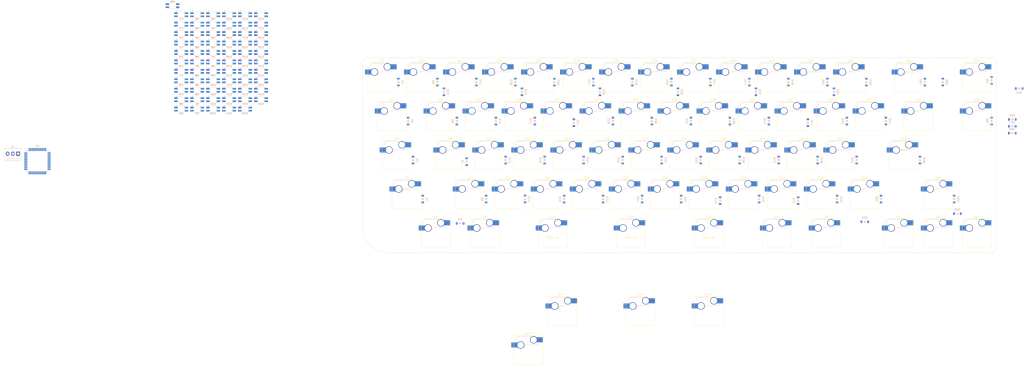
<source format=kicad_pcb>
(kicad_pcb (version 20221018) (generator pcbnew)
  (layers (0 "F.Cu" signal) (31 "B.Cu" signal) (34 "B.Paste" user) (35 "F.Paste" user) (36 "B.SilkS" user "B.Silkscreen") (37 "F.SilkS" user "F.Silkscreen") (38 "B.Mask" user) (39 "F.Mask" user) (44 "Edge.Cuts" user))
  (net 0 "")
  (net 1 "Net-(D1-K)")
  (net 2 "Net-(D1-A)")
  (net 3 "Net-(D2-K)")
  (net 4 "Net-(D3-K)")
  (net 5 "Net-(D4-K)")
  (net 6 "Net-(D5-K)")
  (net 7 "Net-(D6-K)")
  (net 8 "Net-(D7-K)")
  (net 9 "Net-(D8-K)")
  (net 10 "Net-(D10-A)")
  (net 11 "Col_0")
  (net 12 "Net-(D11-K)")
  (net 13 "Net-(D11-A)")
  (net 14 "Net-(D12-K)")
  (net 15 "Net-(D13-K)")
  (net 16 "Net-(D14-K)")
  (net 17 "Net-(D16-K)")
  (net 18 "Net-(D17-K)")
  (net 19 "Net-(D18-K)")
  (net 20 "Col_1")
  (net 21 "Net-(D20-K)")
  (net 22 "Net-(D20-A)")
  (net 23 "Net-(D21-K)")
  (net 24 "Net-(D22-K)")
  (net 25 "Net-(D23-K)")
  (net 26 "Net-(D24-K)")
  (net 27 "Net-(D25-K)")
  (net 28 "Net-(D26-K)")
  (net 29 "Net-(D27-K)")
  (net 30 "Col_2")
  (net 31 "Net-(D29-K)")
  (net 32 "Net-(D29-A)")
  (net 33 "Net-(D30-K)")
  (net 34 "Net-(D31-K)")
  (net 35 "Net-(D32-K)")
  (net 36 "Net-(D33-K)")
  (net 37 "Net-(D34-K)")
  (net 38 "Net-(D35-K)")
  (net 39 "Col_3")
  (net 40 "Net-(D37-K)")
  (net 41 "Net-(D37-A)")
  (net 42 "Net-(D38-K)")
  (net 43 "Net-(D39-K)")
  (net 44 "Net-(D40-K)")
  (net 45 "Net-(D41-K)")
  (net 46 "Net-(D42-K)")
  (net 47 "Net-(D43-K)")
  (net 48 "Net-(D44-K)")
  (net 49 "Col_4")
  (net 50 "Net-(D46-K)")
  (net 51 "Net-(D46-A)")
  (net 52 "Net-(D47-K)")
  (net 53 "Net-(D48-K)")
  (net 54 "Net-(D49-K)")
  (net 55 "Net-(D50-K)")
  (net 56 "Net-(D51-K)")
  (net 57 "Net-(D52-K)")
  (net 58 "Net-(D53-K)")
  (net 59 "Col_5")
  (net 60 "Net-(D56-K)")
  (net 61 "Net-(D57-K)")
  (net 62 "Net-(D58-K)")
  (net 63 "Net-(D62-K)")
  (net 64 "Net-(D63-K)")
  (net 65 "Net-(D64-K)")
  (net 66 "Net-(D65-K)")
  (net 67 "Net-(D66-K)")
  (net 68 "Net-(D67-K)")
  (net 69 "Col_7")
  (net 70 "GND")
  (net 71 "SINT")
  (net 72 "SCL")
  (net 73 "Row_0")
  (net 74 "Row_1")
  (net 75 "Row_2")
  (net 76 "Row_3")
  (net 77 "Row_5")
  (net 78 "Row_6")
  (net 79 "Row_7")
  (net 80 "Row_8")
  (net 81 "Row_9")
  (net 83 "USB_D-")
  (net 84 "USB_D+")
  (net 91 "RST")
  (net 94 "SDA")
  (net 95 "RX")
  (net 96 "TX")
  (net 113 "Row_4")
  (net 114 "Net-(D15-K)")
  (net 115 "Net-(U1-UVCC)")
  (net 116 "Net-(U1-UCAP)")
  (net 117 "+5V")
  (net 118 "Net-(U1-~{HWB}{slash}PE2)")
  (net 119 "Net-(D33-A)")
  (net 120 "Net-(D54-K)")
  (net 121 "Net-(D56-A)")
  (net 122 "Net-(D69-DOUT)")
  (net 123 "LED_DIN")
  (net 124 "Net-(D71-DOUT)")
  (net 125 "Net-(D72-DOUT)")
  (net 126 "Net-(D73-DOUT)")
  (net 127 "Net-(D74-DOUT)")
  (net 128 "Net-(D75-DOUT)")
  (net 129 "Net-(D76-DOUT)")
  (net 130 "Net-(D77-DOUT)")
  (net 131 "Net-(D78-DOUT)")
  (net 132 "Net-(D79-DOUT)")
  (net 133 "Net-(D80-DOUT)")
  (net 134 "Net-(D81-DOUT)")
  (net 135 "Net-(D82-DOUT)")
  (net 136 "Net-(D83-DOUT)")
  (net 137 "Net-(D84-DOUT)")
  (net 138 "Net-(D85-DOUT)")
  (net 139 "Net-(D86-DOUT)")
  (net 140 "Net-(D87-DOUT)")
  (net 141 "Net-(D88-DOUT)")
  (net 142 "Net-(D89-DOUT)")
  (net 143 "Net-(D90-DOUT)")
  (net 144 "Net-(D91-DOUT)")
  (net 145 "Net-(D92-DOUT)")
  (net 146 "Net-(D93-DOUT)")
  (net 147 "Net-(D94-DOUT)")
  (net 148 "Net-(D95-DOUT)")
  (net 149 "Net-(D96-DOUT)")
  (net 150 "Net-(D97-DOUT)")
  (net 151 "Net-(D98-DOUT)")
  (net 152 "Net-(D100-DIN)")
  (net 153 "Net-(D100-DOUT)")
  (net 154 "Net-(D101-DOUT)")
  (net 155 "Net-(D102-DOUT)")
  (net 156 "Net-(D103-DOUT)")
  (net 157 "Net-(D103-DIN)")
  (net 158 "Net-(D104-DOUT)")
  (net 159 "Net-(D105-DOUT)")
  (net 160 "Net-(D106-DOUT)")
  (net 161 "Net-(D107-DOUT)")
  (net 162 "Net-(D108-DOUT)")
  (net 163 "Net-(D109-DOUT)")
  (net 164 "Net-(D110-DOUT)")
  (net 165 "Net-(D111-DOUT)")
  (net 166 "Net-(D112-DOUT)")
  (net 167 "Net-(D113-DOUT)")
  (net 168 "Net-(D114-DOUT)")
  (net 169 "Net-(D115-DOUT)")
  (net 170 "Net-(D116-DOUT)")
  (net 171 "Net-(D117-DOUT)")
  (net 172 "Net-(D118-DOUT)")
  (net 173 "Net-(D119-DOUT)")
  (net 174 "Net-(D120-DOUT)")
  (net 175 "Net-(D121-DOUT)")
  (net 176 "Net-(D122-DOUT)")
  (net 177 "Net-(D123-DOUT)")
  (net 178 "Net-(D124-DOUT)")
  (net 179 "Net-(D125-DOUT)")
  (net 180 "Net-(D126-DOUT)")
  (net 181 "Net-(D127-DOUT)")
  (net 182 "Net-(D128-DOUT)")
  (net 183 "Net-(D129-DOUT)")
  (net 184 "Net-(D130-DOUT)")
  (net 185 "Net-(D131-DOUT)")
  (net 186 "Net-(D133-DOUT)")
  (net 187 "Net-(D134-DOUT)")
  (net 189 "Net-(D61-K)")
  (net 190 "Col_6")
  (footprint "ScottoKeebs_Components:LED_SK6812MINI" (layer "F.Cu") (at -48.96875 46.38625)
    (fp_text reference "D77")
    (fp_text value "LED_SK6812MINI" hide)
    (fp_line (start -1.7 -1.5) (end -1.7 1.5) (stroke (width 0.12)) (layer "Edge.Cuts"))
    (fp_line (start -1.7 1.5) (end 1.7 1.5) (stroke (width 0.12)) (layer "Edge.Cuts"))
    (fp_line (start 1.7 -1.5) (end -1.7 -1.5) (stroke (width 0.12)) (layer "Edge.Cuts"))
    (fp_line (start 1.7 1.5) (end 1.7 -1.5) (stroke (width 0.12)) (layer "Edge.Cuts"))
  )
  (footprint "ScottoKeebs_Components:LED_SK6812MINI" (layer "F.Cu") (at -33.36875 46.38625)
    (fp_text reference "D99")
    (fp_text value "LED_SK6812MINI" hide)
    (fp_line (start -1.7 -1.5) (end -1.7 1.5) (stroke (width 0.12)) (layer "Edge.Cuts"))
    (fp_line (start -1.7 1.5) (end 1.7 1.5) (stroke (width 0.12)) (layer "Edge.Cuts"))
    (fp_line (start 1.7 -1.5) (end -1.7 -1.5) (stroke (width 0.12)) (layer "Edge.Cuts"))
    (fp_line (start 1.7 1.5) (end 1.7 -1.5) (stroke (width 0.12)) (layer "Edge.Cuts"))
  )
  (footprint "ScottoKeebs_Components:LED_SK6812MINI" (layer "F.Cu") (at -17.76875 46.38625)
    (fp_text reference "D121")
    (fp_text value "LED_SK6812MINI" hide)
    (fp_line (start -1.7 -1.5) (end -1.7 1.5) (stroke (width 0.12)) (layer "Edge.Cuts"))
    (fp_line (start -1.7 1.5) (end 1.7 1.5) (stroke (width 0.12)) (layer "Edge.Cuts"))
    (fp_line (start 1.7 -1.5) (end -1.7 -1.5) (stroke (width 0.12)) (layer "Edge.Cuts"))
    (fp_line (start 1.7 1.5) (end 1.7 -1.5) (stroke (width 0.12)) (layer "Edge.Cuts"))
  )
  (footprint "ScottoKeebs_Hotswap:Hotswap_MX_Plated_1.00u" (layer "F.Cu") (at 177.8 87.3125)
    (fp_text reference "S31")
    (fp_text value "Keyswitch")
  )
  (footprint "ScottoKeebs_Hotswap:Hotswap_MX_Plated_1.00u" (layer "F.Cu") (at 244.475 106.3625)
    (fp_text reference "S42")
    (fp_text value "Keyswitch")
  )
  (footprint "ScottoKeebs_Components:LED_SK6812MINI" (layer "F.Cu") (at -33.36875 64.82625)
    (fp_text reference "D103")
    (fp_text value "LED_SK6812MINI" hide)
    (fp_line (start -1.7 -1.5) (end -1.7 1.5) (stroke (width 0.12)) (layer "Edge.Cuts"))
    (fp_line (start -1.7 1.5) (end 1.7 1.5) (stroke (width 0.12)) (layer "Edge.Cuts"))
    (fp_line (start 1.7 -1.5) (end -1.7 -1.5) (stroke (width 0.12)) (layer "Edge.Cuts"))
    (fp_line (start 1.7 1.5) (end 1.7 -1.5) (stroke (width 0.12)) (layer "Edge.Cuts"))
  )
  (footprint "ScottoKeebs_Components:LED_SK6812MINI" (layer "F.Cu") (at -41.16875 46.38625)
    (fp_text reference "D88")
    (fp_text value "LED_SK6812MINI" hide)
    (fp_line (start -1.7 -1.5) (end -1.7 1.5) (stroke (width 0.12)) (layer "Edge.Cuts"))
    (fp_line (start -1.7 1.5) (end 1.7 1.5) (stroke (width 0.12)) (layer "Edge.Cuts"))
    (fp_line (start 1.7 -1.5) (end -1.7 -1.5) (stroke (width 0.12)) (layer "Edge.Cuts"))
    (fp_line (start 1.7 1.5) (end 1.7 -1.5) (stroke (width 0.12)) (layer "Edge.Cuts"))
  )
  (footprint "ScottoKeebs_Hotswap:Hotswap_MX_Plated_1.00u" (layer "F.Cu") (at 149.225 106.3625)
    (fp_text reference "S23")
    (fp_text value "Keyswitch")
  )
  (footprint "ScottoKeebs_Hotswap:Hotswap_MX_Plated_1.00u" (layer "F.Cu") (at 311.15 68.2625)
    (fp_text reference "S64")
    (fp_text value "Keyswitch")
  )
  (footprint "ScottoKeebs_Hotswap:Hotswap_MX_Plated_1.00u" (layer "F.Cu") (at 239.7125 49.2125)
    (fp_text reference "S46")
    (fp_text value "Keyswitch")
  )
  (footprint "ScottoKeebs_Hotswap:Hotswap_MX_Plated_2.25u" (layer "F.Cu") (at 208.75625 125.4125)
    (fp_text reference "S69")
    (fp_text value "Keyswitch")
  )
  (footprint "ScottoKeebs_Hotswap:Hotswap_MX_Plated_1.00u" (layer "F.Cu") (at 158.75 87.3125)
    (fp_text reference "S26")
    (fp_text value "Keyswitch")
  )
  (footprint "ScottoKeebs_Components:LED_SK6812MINI" (layer "F.Cu") (at -41.16875 50.99625)
    (fp_text reference "D89")
    (fp_text value "LED_SK6812MINI" hide)
    (fp_line (start -1.7 -1.5) (end -1.7 1.5) (stroke (width 0.12)) (layer "Edge.Cuts"))
    (fp_line (start -1.7 1.5) (end 1.7 1.5) (stroke (width 0.12)) (layer "Edge.Cuts"))
    (fp_line (start 1.7 -1.5) (end -1.7 -1.5) (stroke (width 0.12)) (layer "Edge.Cuts"))
    (fp_line (start 1.7 1.5) (end 1.7 -1.5) (stroke (width 0.12)) (layer "Edge.Cuts"))
  )
  (footprint "ScottoKeebs_Hotswap:Hotswap_MX_Plated_1.00u" (layer "F.Cu") (at 206.375 106.3625)
    (fp_text reference "S33")
    (fp_text value "Keyswitch")
  )
  (footprint "ScottoKeebs_Hotswap:Hotswap_MX_Plated_1.00u" (layer "F.Cu") (at 201.6125 49.2125)
    (fp_text reference "S37")
    (fp_text value "Keyswitch")
  )
  (footprint "ScottoKeebs_Components:LED_SK6812MINI" (layer "F.Cu") (at -17.76875 55.60625)
    (fp_text reference "D123")
    (fp_text value "LED_SK6812MINI" hide)
    (fp_line (start -1.7 -1.5) (end -1.7 1.5) (stroke (width 0.12)) (layer "Edge.Cuts"))
    (fp_line (start -1.7 1.5) (end 1.7 1.5) (stroke (width 0.12)) (layer "Edge.Cuts"))
    (fp_line (start 1.7 -1.5) (end -1.7 -1.5) (stroke (width 0.12)) (layer "Edge.Cuts"))
    (fp_line (start 1.7 1.5) (end 1.7 -1.5) (stroke (width 0.12)) (layer "Edge.Cuts"))
  )
  (footprint "ScottoKeebs_Components:LED_SK6812MINI" (layer "F.Cu") (at -33.36875 32.55625)
    (fp_text reference "D96")
    (fp_text value "LED_SK6812MINI" hide)
    (fp_line (start -1.7 -1.5) (end -1.7 1.5) (stroke (width 0.12)) (layer "Edge.Cuts"))
    (fp_line (start -1.7 1.5) (end 1.7 1.5) (stroke (width 0.12)) (layer "Edge.Cuts"))
    (fp_line (start 1.7 -1.5) (end -1.7 -1.5) (stroke (width 0.12)) (layer "Edge.Cuts"))
    (fp_line (start 1.7 1.5) (end 1.7 -1.5) (stroke (width 0.12)) (layer "Edge.Cuts"))
  )
  (footprint "ScottoKeebs_Components:LED_SK6812MINI" (layer "F.Cu") (at -17.76875 60.21625)
    (fp_text reference "D124")
    (fp_text value "LED_SK6812MINI" hide)
    (fp_line (start -1.7 -1.5) (end -1.7 1.5) (stroke (width 0.12)) (layer "Edge.Cuts"))
    (fp_line (start -1.7 1.5) (end 1.7 1.5) (stroke (width 0.12)) (layer "Edge.Cuts"))
    (fp_line (start 1.7 -1.5) (end -1.7 -1.5) (stroke (width 0.12)) (layer "Edge.Cuts"))
    (fp_line (start 1.7 1.5) (end 1.7 -1.5) (stroke (width 0.12)) (layer "Edge.Cuts"))
  )
  (footprint "ScottoKeebs_Components:LED_SK6812MINI" (layer "F.Cu") (at -25.56875 60.21625)
    (fp_text reference "D113")
    (fp_text value "LED_SK6812MINI" hide)
    (fp_line (start -1.7 -1.5) (end -1.7 1.5) (stroke (width 0.12)) (layer "Edge.Cuts"))
    (fp_line (start -1.7 1.5) (end 1.7 1.5) (stroke (width 0.12)) (layer "Edge.Cuts"))
    (fp_line (start 1.7 -1.5) (end -1.7 -1.5) (stroke (width 0.12)) (layer "Edge.Cuts"))
    (fp_line (start 1.7 1.5) (end 1.7 -1.5) (stroke (width 0.12)) (layer "Edge.Cuts"))
  )
  (footprint "ScottoKeebs_Components:LED_SK6812MINI" (layer "F.Cu") (at -25.56875 27.94625)
    (fp_text reference "D106")
    (fp_text value "LED_SK6812MINI" hide)
    (fp_line (start -1.7 -1.5) (end -1.7 1.5) (stroke (width 0.12)) (layer "Edge.Cuts"))
    (fp_line (start -1.7 1.5) (end 1.7 1.5) (stroke (width 0.12)) (layer "Edge.Cuts"))
    (fp_line (start 1.7 -1.5) (end -1.7 -1.5) (stroke (width 0.12)) (layer "Edge.Cuts"))
    (fp_line (start 1.7 1.5) (end 1.7 -1.5) (stroke (width 0.12)) (layer "Edge.Cuts"))
  )
  (footprint "ScottoKeebs_Hotswap:Hotswap_MX_Plated_1.00u" (layer "F.Cu") (at 77.7875 68.2625)
    (fp_text reference "S9")
    (fp_text value "Keyswitch")
  )
  (footprint "ScottoKeebs_Hotswap:Hotswap_MX_Plated_1.00u" (layer "F.Cu") (at 115.8875 68.2625)
    (fp_text reference "S18")
    (fp_text value "Keyswitch")
  )
  (footprint "ScottoKeebs_Hotswap:Hotswap_MX_Plated_1.25u" (layer "F.Cu") (at 75.40625 125.4125)
    (fp_text reference "S5")
    (fp_text value "Keyswitch")
  )
  (footprint "ScottoKeebs_Components:LED_SK6812MINI" (layer "F.Cu") (at -17.76875 50.99625)
    (fp_text reference "D122")
    (fp_text value "LED_SK6812MINI" hide)
    (fp_line (start -1.7 -1.5) (end -1.7 1.5) (stroke (width 0.12)) (layer "Edge.Cuts"))
    (fp_line (start -1.7 1.5) (end 1.7 1.5) (stroke (width 0.12)) (layer "Edge.Cuts"))
    (fp_line (start 1.7 -1.5) (end -1.7 -1.5) (stroke (width 0.12)) (layer "Edge.Cuts"))
    (fp_line (start 1.7 1.5) (end 1.7 -1.5) (stroke (width 0.12)) (layer "Edge.Cuts"))
  )
  (footprint "ScottoKeebs_Components:LED_SK6812MINI" (layer "F.Cu") (at -17.76875 64.82625)
    (fp_text reference "D125")
    (fp_text value "LED_SK6812MINI" hide)
    (fp_line (start -1.7 -1.5) (end -1.7 1.5) (stroke (width 0.12)) (layer "Edge.Cuts"))
    (fp_line (start -1.7 1.5) (end 1.7 1.5) (stroke (width 0.12)) (layer "Edge.Cuts"))
    (fp_line (start 1.7 -1.5) (end -1.7 -1.5) (stroke (width 0.12)) (layer "Edge.Cuts"))
    (fp_line (start 1.7 1.5) (end 1.7 -1.5) (stroke (width 0.12)) (layer "Edge.Cuts"))
  )
  (footprint "ScottoKeebs_Hotswap:Hotswap_MX_Plated_1.00u" (layer "F.Cu") (at 168.275 106.3625)
    (fp_text reference "S25")
    (fp_text value "Keyswitch")
  )
  (footprint "ScottoKeebs_Components:LED_SK6812MINI" (layer "F.Cu") (at -33.36875 37.16625)
    (fp_text reference "D97")
    (fp_text value "LED_SK6812MINI" hide)
    (fp_line (start -1.7 -1.5) (end -1.7 1.5) (stroke (width 0.12)) (layer "Edge.Cuts"))
    (fp_line (start -1.7 1.5) (end 1.7 1.5) (stroke (width 0.12)) (layer "Edge.Cuts"))
    (fp_line (start 1.7 -1.5) (end -1.7 -1.5) (stroke (width 0.12)) (layer "Edge.Cuts"))
    (fp_line (start 1.7 1.5) (end 1.7 -1.5) (stroke (width 0.12)) (layer "Edge.Cuts"))
  )
  (footprint "ScottoKeebs_Components:LED_SK6812MINI" (layer "F.Cu") (at -33.36875 18.72625)
    (fp_text reference "D93")
    (fp_text value "LED_SK6812MINI" hide)
    (fp_line (start -1.7 -1.5) (end -1.7 1.5) (stroke (width 0.12)) (layer "Edge.Cuts"))
    (fp_line (start -1.7 1.5) (end 1.7 1.5) (stroke (width 0.12)) (layer "Edge.Cuts"))
    (fp_line (start 1.7 -1.5) (end -1.7 -1.5) (stroke (width 0.12)) (layer "Edge.Cuts"))
    (fp_line (start 1.7 1.5) (end 1.7 -1.5) (stroke (width 0.12)) (layer "Edge.Cuts"))
  )
  (footprint "ScottoKeebs_Hotswap:Hotswap_MX_Plated_1.00u" (layer "F.Cu") (at 68.2625 49.2125)
    (fp_text reference "S10")
    (fp_text value "Keyswitch")
  )
  (footprint "ScottoKeebs_Hotswap:Hotswap_MX_Plated_1.75u" (layer "F.Cu") (at 170.65625 125.4125)
    (fp_text reference "S24")
    (fp_text value "Keyswitch")
  )
  (footprint "ScottoKeebs_Hotswap:Hotswap_MX_Plated_1.00u" (layer "F.Cu") (at 192.0875 68.2625)
    (fp_text reference "S35")
    (fp_text value "Keyswitch")
  )
  (footprint "ScottoKeebs_Components:LED_SK6812MINI" (layer "F.Cu") (at -25.56875 64.82625)
    (fp_text reference "D114")
    (fp_text value "LED_SK6812MINI" hide)
    (fp_line (start -1.7 -1.5) (end -1.7 1.5) (stroke (width 0.12)) (layer "Edge.Cuts"))
    (fp_line (start -1.7 1.5) (end 1.7 1.5) (stroke (width 0.12)) (layer "Edge.Cuts"))
    (fp_line (start 1.7 -1.5) (end -1.7 -1.5) (stroke (width 0.12)) (layer "Edge.Cuts"))
    (fp_line (start 1.7 1.5) (end 1.7 -1.5) (stroke (width 0.12)) (layer "Edge.Cuts"))
  )
  (footprint "ScottoKeebs_Hotswap:Hotswap_MX_Plated_1.00u" (layer "F.Cu") (at 87.3125 49.2125)
    (fp_text reference "S11")
    (fp_text value "Keyswitch")
  )
  (footprint "ScottoKeebs_Components:LED_SK6812MINI" (layer "F.Cu") (at -25.56875 55.60625)
    (fp_text reference "D112")
    (fp_text value "LED_SK6812MINI" hide)
    (fp_line (start -1.7 -1.5) (end -1.7 1.5) (stroke (width 0.12)) (layer "Edge.Cuts"))
    (fp_line (start -1.7 1.5) (end 1.7 1.5) (stroke (width 0.12)) (layer "Edge.Cuts"))
    (fp_line (start 1.7 -1.5) (end -1.7 -1.5) (stroke (width 0.12)) (layer "Edge.Cuts"))
    (fp_line (start 1.7 1.5) (end 1.7 -1.5) (stroke (width 0.12)) (layer "Edge.Cuts"))
  )
  (footprint "ScottoKeebs_Stabilizer:Stabilizer_MX_6.25u" (layer "F.Cu") (at 170.65625 125.4125 180)
    (fp_text reference "Stab 6u")
    (fp_text value "Stabilizer_MX_6.25u")
  )
  (footprint "ScottoKeebs_Components:LED_SK6812MINI" (layer "F.Cu") (at -48.96875 37.16625)
    (fp_text reference "D75")
    (fp_text value "LED_SK6812MINI" hide)
    (fp_line (start -1.7 -1.5) (end -1.7 1.5) (stroke (width 0.12)) (layer "Edge.Cuts"))
    (fp_line (start -1.7 1.5) (end 1.7 1.5) (stroke (width 0.12)) (layer "Edge.Cuts"))
    (fp_line (start 1.7 -1.5) (end -1.7 -1.5) (stroke (width 0.12)) (layer "Edge.Cuts"))
    (fp_line (start 1.7 1.5) (end 1.7 -1.5) (stroke (width 0.12)) (layer "Edge.Cuts"))
  )
  (footprint "ScottoKeebs_Hotswap:Hotswap_MX_Plated_1.00u" (layer "F.Cu") (at 220.6625 49.2125)
    (fp_text reference "S45")
    (fp_text value "Keyswitch")
  )
  (footprint "ScottoKeebs_Components:LED_SK6812MINI" (layer "F.Cu") (at -41.16875 64.82625)
    (fp_text reference "D92")
    (fp_text value "LED_SK6812MINI" hide)
    (fp_line (start -1.7 -1.5) (end -1.7 1.5) (stroke (width 0.12)) (layer "Edge.Cuts"))
    (fp_line (start -1.7 1.5) (end 1.7 1.5) (stroke (width 0.12)) (layer "Edge.Cuts"))
    (fp_line (start 1.7 -1.5) (end -1.7 -1.5) (stroke (width 0.12)) (layer "Edge.Cuts"))
    (fp_line (start 1.7 1.5) (end 1.7 -1.5) (stroke (width 0.12)) (layer "Edge.Cuts"))
  )
  (footprint "ScottoKeebs_Hotswap:Hotswap_MX_Plated_1.00u" (layer "F.Cu") (at 82.55 87.3125)
    (fp_text reference "S8")
    (fp_text value "Keyswitch")
  )
  (footprint "ScottoKeebs_Hotswap:Hotswap_MX_Plated_2.25u" (layer "F.Cu") (at 208.75625 163.5125)
    (fp_text reference "REF**")
    (fp_text value "Hotswap_MX_Plated_2.25u")
  )
  (footprint "ScottoKeebs_Hotswap:Hotswap_MX_Plated_2.25u" (layer "F.Cu") (at 132.55625 125.4125)
    (fp_text reference "S15")
    (fp_text value "Keyswitch")
  )
  (footprint "ScottoKeebs_Components:LED_SK6812MINI" (layer "F.Cu") (at -9.96875 60.21625)
    (fp_text reference "D135")
    (fp_text value "LED_SK6812MINI" hide)
    (fp_line (start -1.7 -1.5) (end -1.7 1.5) (stroke (width 0.12)) (layer "Edge.Cuts"))
    (fp_line (start -1.7 1.5) (end 1.7 1.5) (stroke (width 0.12)) (layer "Edge.Cuts"))
    (fp_line (start 1.7 -1.5) (end -1.7 -1.5) (stroke (width 0.12)) (layer "Edge.Cuts"))
    (fp_line (start 1.7 1.5) (end 1.7 -1.5) (stroke (width 0.12)) (layer "Edge.Cuts"))
  )
  (footprint "ScottoKeebs_Components:LED_SK6812MINI" (layer "F.Cu") (at -17.76875 27.94625)
    (fp_text reference "D117")
    (fp_text value "LED_SK6812MINI" hide)
    (fp_line (start -1.7 -1.5) (end -1.7 1.5) (stroke (width 0.12)) (layer "Edge.Cuts"))
    (fp_line (start -1.7 1.5) (end 1.7 1.5) (stroke (width 0.12)) (layer "Edge.Cuts"))
    (fp_line (start 1.7 -1.5) (end -1.7 -1.5) (stroke (width 0.12)) (layer "Edge.Cuts"))
    (fp_line (start 1.7 1.5) (end 1.7 -1.5) (stroke (width 0.12)) (layer "Edge.Cuts"))
  )
  (footprint "ScottoKeebs_Components:LED_SK6812MINI" (layer "F.Cu") (at -9.96875 55.60625)
    (fp_text reference "D134")
    (fp_text value "LED_SK6812MINI" hide)
    (fp_line (start -1.7 -1.5) (end -1.7 1.5) (stroke (width 0.12)) (layer "Edge.Cuts"))
    (fp_line (start -1.7 1.5) (end 1.7 1.5) (stroke (width 0.12)) (layer "Edge.Cuts"))
    (fp_line (start 1.7 -1.5) (end -1.7 -1.5) (stroke (width 0.12)) (layer "Edge.Cuts"))
    (fp_line (start 1.7 1.5) (end 1.7 -1.5) (stroke (width 0.12)) (layer "Edge.Cuts"))
  )
  (footprint "ScottoKeebs_Hotswap:Hotswap_MX_Plated_1.00u" (layer "F.Cu") (at 182.5625 49.2125)
    (fp_text reference "S36")
    (fp_text value "Keyswitch")
  )
  (footprint "ScottoKeebs_Components:LED_SK6812MINI" (layer "F.Cu") (at -9.96875 18.72625)
    (fp_text reference "D126")
    (fp_text value "LED_SK6812MINI" hide)
    (fp_line (start -1.7 -1.5) (end -1.7 1.5) (stroke (width 0.12)) (layer "Edge.Cuts"))
    (fp_line (start -1.7 1.5) (end 1.7 1.5) (stroke (width 0.12)) (layer "Edge.Cuts"))
    (fp_line (start 1.7 -1.5) (end -1.7 -1.5) (stroke (width 0.12)) (layer "Edge.Cuts"))
    (fp_line (start 1.7 1.5) (end 1.7 -1.5) (stroke (width 0.12)) (layer "Edge.Cuts"))
  )
  (footprint "ScottoKeebs_Hotswap:Hotswap_MX_Plated_1.00u" (layer "F.Cu") (at 120.65 87.3125)
    (fp_text reference "S17")
    (fp_text value "Keyswitch")
  )
  (footprint "ScottoKeebs_Components:LED_SK6812MINI" (layer "F.Cu") (at -41.16875 32.55625)
    (fp_text reference "D85")
    (fp_text value "LED_SK6812MINI" hide)
    (fp_line (start -1.7 -1.5) (end -1.7 1.5) (stroke (width 0.12)) (layer "Edge.Cuts"))
    (fp_line (start -1.7 1.5) (end 1.7 1.5) (stroke (width 0.12)) (layer "Edge.Cuts"))
    (fp_line (start 1.7 -1.5) (end -1.7 -1.5) (stroke (width 0.12)) (layer "Edge.Cuts"))
    (fp_line (start 1.7 1.5) (end 1.7 -1.5) (stroke (width 0.12)) (layer "Edge.Cuts"))
  )
  (footprint "ScottoKeebs_Components:LED_SK6812MINI" (layer "F.Cu") (at -9.96875 50.99625)
    (fp_text reference "D133")
    (fp_text value "LED_SK6812MINI" hide)
    (fp_line (start -1.7 -1.5) (end -1.7 1.5) (stroke (width 0.12)) (layer "Edge.Cuts"))
    (fp_line (start -1.7 1.5) (end 1.7 1.5) (stroke (width 0.12)) (layer "Edge.Cuts"))
    (fp_line (start 1.7 -1.5) (end -1.7 -1.5) (stroke (width 0.12)) (layer "Edge.Cuts"))
    (fp_line (start 1.7 1.5) (end 1.7 -1.5) (stroke (width 0.12)) (layer "Edge.Cuts"))
  )
  (footprint "ScottoKeebs_Hotswap:Hotswap_MX_Plated_1.00u" (layer "F.Cu") (at 196.85 87.3125)
    (fp_text reference "S34")
    (fp_text value "Keyswitch")
  )
  (footprint "ScottoKeebs_Hotswap:Hotswap_MX_Plated_1.00u" (layer "F.Cu") (at 144.4625 49.2125)
    (fp_text reference "S28")
    (fp_text value "Keyswitch")
  )
  (footprint "ScottoKeebs_Components:LED_SK6812MINI" (layer "F.Cu") (at -48.96875 60.21625)
    (fp_text reference "D80")
    (fp_text value "LED_SK6812MINI" hide)
    (fp_line (start -1.7 -1.5) (end -1.7 1.5) (stroke (width 0.12)) (layer "Edge.Cuts"))
    (fp_line (start -1.7 1.5) (end 1.7 1.5) (stroke (width 0.12)) (layer "Edge.Cuts"))
    (fp_line (start 1.7 -1.5) (end -1.7 -1.5) (stroke (width 0.12)) (layer "Edge.Cuts"))
    (fp_line (start 1.7 1.5) (end 1.7 -1.5) (stroke (width 0.12)) (layer "Edge.Cuts"))
  )
  (footprint "ScottoKeebs_Hotswap:Hotswap_MX_Plated_1.00u" (layer "F.Cu") (at 139.7 87.3125)
    (fp_text reference "S22")
    (fp_text value "Keyswitch")
  )
  (footprint "ScottoKeebs_Hotswap:Hotswap_MX_Plated_1.00u" (layer "F.Cu") (at 263.525 106.3625)
    (fp_text reference "S49")
    (fp_text value "Keyswitch")
  )
  (footprint "ScottoKeebs_Components:LED_SK6812MINI" (layer "F.Cu") (at -25.56875 18.72625)
    (fp_text reference "D104")
    (fp_text value "LED_SK6812MINI" hide)
    (fp_line (start -1.7 -1.5) (end -1.7 1.5) (stroke (width 0.12)) (layer "Edge.Cuts"))
    (fp_line (start -1.7 1.5) (end 1.7 1.5) (stroke (width 0.12)) (layer "Edge.Cuts"))
    (fp_line (start 1.7 -1.5) (end -1.7 -1.5) (stroke (width 0.12)) (layer "Edge.Cuts"))
    (fp_line (start 1.7 1.5) (end 1.7 -1.5) (stroke (width 0.12)) (layer "Edge.Cuts"))
  )
  (footprint "ScottoKeebs_Hotswap:Hotswap_MX_Plated_1.25u" (layer "F.Cu") (at 99.21875 125.4125)
    (fp_text reference "S6")
    (fp_text value "Keyswitch")
  )
  (footprint "ScottoKeebs_Components:LED_SK6812MINI" (layer "F.Cu") (at -48.96875 32.55625)
    (fp_text reference "D74")
    (fp_text value "LED_SK6812MINI" hide)
    (fp_line (start -1.7 -1.5) (end -1.7 1.5) (stroke (width 0.12)) (layer "Edge.Cuts"))
    (fp_line (start -1.7 1.5) (end 1.7 1.5) (stroke (width 0.12)) (layer "Edge.Cuts"))
    (fp_line (start 1.7 -1.5) (end -1.7 -1.5) (stroke (width 0.12)) (layer "Edge.Cuts"))
    (fp_line (start 1.7 1.5) (end 1.7 -1.5) (stroke (width 0.12)) (layer "Edge.Cuts"))
  )
  (footprint "ScottoKeebs_Components:LED_SK6812MINI" (layer "F.Cu") (at -9.96875 37.16625)
    (fp_text reference "D130")
    (fp_text value "LED_SK6812MINI" hide)
    (fp_line (start -1.7 -1.5) (end -1.7 1.5) (stroke (width 0.12)) (layer "Edge.Cuts"))
    (fp_line (start -1.7 1.5) (end 1.7 1.5) (stroke (width 0.12)) (layer "Edge.Cuts"))
    (fp_line (start 1.7 -1.5) (end -1.7 -1.5) (stroke (width 0.12)) (layer "Edge.Cuts"))
    (fp_line (start 1.7 1.5) (end 1.7 -1.5) (stroke (width 0.12)) (layer "Edge.Cuts"))
  )
  (footprint "ScottoKeebs_Stabilizer:Stabilizer_MX_2.00u" (layer "F.Cu") (at 304.00625 86.51875)
    (fp_text reference "Stab3")
    (fp_text value "Stabilizer_MX_2.00u")
  )
  (footprint "ScottoKeebs_Hotswap:Hotswap_MX_Plated_1.00u" (layer "F.Cu") (at 230.1875 68.2625)
    (fp_text reference "S44")
    (fp_text value "Keyswitch")
  )
  (footprint "ScottoKeebs_Components:LED_SK6812MINI" (layer "F.Cu") (at -9.96875 27.94625)
    (fp_text reference "D128")
    (fp_text value "LED_SK6812MINI" hide)
    (fp_line (start -1.7 -1.5) (end -1.7 1.5) (stroke (width 0.12)) (layer "Edge.Cuts"))
    (fp_line (start -1.7 1.5) (end 1.7 1.5) (stroke (width 0.12)) (layer "Edge.Cuts"))
    (fp_line (start 1.7 -1.5) (end -1.7 -1.5) (stroke (width 0.12)) (layer "Edge.Cuts"))
    (fp_line (start 1.7 1.5) (end 1.7 -1.5) (stroke (width 0.12)) (layer "Edge.Cuts"))
  )
  (footprint "ScottoKeebs_Components:LED_SK6812MINI" (layer "F.Cu") (at -9.96875 41.77625)
    (fp_text reference "D131")
    (fp_text value "LED_SK6812MINI" hide)
    (fp_line (start -1.7 -1.5) (end -1.7 1.5) (stroke (width 0.12)) (layer "Edge.Cuts"))
    (fp_line (start -1.7 1.5) (end 1.7 1.5) (stroke (width 0.12)) (layer "Edge.Cuts"))
    (fp_line (start 1.7 -1.5) (end -1.7 -1.5) (stroke (width 0.12)) (layer "Edge.Cuts"))
    (fp_line (start 1.7 1.5) (end 1.7 -1.5) (stroke (width 0.12)) (layer "Edge.Cuts"))
  )
  (footprint "ScottoKeebs_Components:LED_SK6812MINI" (layer "F.Cu") (at -33.36875 60.21625)
    (fp_text reference "D102")
    (fp_text value "LED_SK6812MINI" hide)
    (fp_line (start -1.7 -1.5) (end -1.7 1.5) (stroke (width 0.12)) (layer "Edge.Cuts"))
    (fp_line (start -1.7 1.5) (end 1.7 1.5) (stroke (width 0.12)) (layer "Edge.Cuts"))
    (fp_line (start 1.7 -1.5) (end -1.7 -1.5) (stroke (width 0.12)) (layer "Edge.Cuts"))
    (fp_line (start 1.7 1.5) (end 1.7 -1.5) (stroke (width 0.12)) (layer "Edge.Cuts"))
  )
  (footprint "ScottoKeebs_Hotswap:Hotswap_MX_Plated_1.00u" (layer "F.Cu") (at 277.8125 49.2125)
    (fp_text reference "S56")
    (fp_text value "Keyswitch")
  )
  (footprint "ScottoKeebs_Hotswap:Hotswap_MX_Plated_2.75u" (layer "F.Cu") (at 137.31875 163.5125)
    (fp_text reference "REF**")
    (fp_text value "Hotswap_MX_Plated_2.75u")
  )
  (footprint "ScottoKeebs_Components:LED_SK6812MINI" (layer "F.Cu") (at -9.96875 46.38625)
    (fp_text reference "D132")
    (fp_text value "LED_SK6812MINI" hide)
    (fp_line (start -1.7 -1.5) (end -1.7 1.5) (stroke (width 0.12)) (layer "Edge.Cuts"))
    (fp_line (start -1.7 1.5) (end 1.7 1.5) (stroke (width 0.12)) (layer "Edge.Cuts"))
    (fp_line (start 1.7 -1.5) (end -1.7 -1.5) (stroke (width 0.12)) (layer "Edge.Cuts"))
    (fp_line (start 1.7 1.5) (end 1.7 -1.5) (stroke (width 0.12)) (layer "Edge.Cuts"))
  )
  (footprint "ScottoKeebs_Hotswap:Hotswap_MX_Plated_1.25u" (layer "F.Cu") (at 242.09375 125.4125)
    (fp_text reference "S41")
    (fp_text value "Keyswitch")
  )
  (footprint "ScottoKeebs_Components:LED_SK6812MINI" (layer "F.Cu") (at -41.16875 18.72625)
    (fp_text reference "D82")
    (fp_text value "LED_SK6812MINI" hide)
    (fp_line (start -1.7 -1.5) (end -1.7 1.5) (stroke (width 0.12)) (layer "Edge.Cuts"))
    (fp_line (start -1.7 1.5) (end 1.7 1.5) (stroke (width 0.12)) (layer "Edge.Cuts"))
    (fp_line (start 1.7 -1.5) (end -1.7 -1.5) (stroke (width 0.12)) (layer "Edge.Cuts"))
    (fp_line (start 1.7 1.5) (end 1.7 -1.5) (stroke (width 0.12)) (layer "Edge.Cuts"))
  )
  (footprint "ScottoKeebs_Stabilizer:Stabilizer_MX_2.00u" (layer "F.Cu") (at 132.55625 125.4125 180)
    (fp_text reference "Stab 2u")
    (fp_text value "Stabilizer_MX_2.00u")
  )
  (footprint "ScottoKeebs_Components:LED_SK6812MINI" (layer "F.Cu") (at -33.36875 41.77625)
    (fp_text reference "D98")
    (fp_text value "LED_SK6812MINI" hide)
    (fp_line (start -1.7 -1.5) (end -1.7 1.5) (stroke (width 0.12)) (layer "Edge.Cuts"))
    (fp_line (start -1.7 1.5) (end 1.7 1.5) (stroke (width 0.12)) (layer "Edge.Cuts"))
    (fp_line (start 1.7 -1.5) (end -1.7 -1.5) (stroke (width 0.12)) (layer "Edge.Cuts"))
    (fp_line (start 1.7 1.5) (end 1.7 -1.5) (stroke (width 0.12)) (layer "Edge.Cuts"))
  )
  (footprint "ScottoKeebs_Hotswap:Hotswap_MX_Plated_2.25u" (layer "F.Cu") (at 304.00625 87.3125)
    (fp_text reference "S58")
    (fp_text value "Keyswitch")
  )
  (footprint "ScottoKeebs_Hotswap:Hotswap_MX_Plated_1.00u" (layer "F.Cu") (at 134.9375 68.2625)
    (fp_text reference "S21")
    (fp_text value "Keyswitch")
  )
  (footprint "ScottoKeebs_Hotswap:Hotswap_MX_Plated_1.00u" (layer "F.Cu") (at 92.075 106.3625)
    (fp_text reference "S7")
    (fp_text value "Keyswitch")
  )
  (footprint "ScottoKeebs_Hotswap:Hotswap_MX_Plated_1.00u" (layer "F.Cu") (at 301.625 125.4125)
    (fp_text reference "S51")
    (fp_text value "Keyswitch")
  )
  (footprint "ScottoKeebs_Components:LED_SK6812MINI" (layer "F.Cu") (at -17.76875 18.72625)
    (fp_text reference "D115")
    (fp_text value "LED_SK6812MINI" hide)
    (fp_line (start -1.7 -1.5) (end -1.7 1.5) (stroke (width 0.12)) (layer "Edge.Cuts"))
    (fp_line (start -1.7 1.5) (end 1.7 1.5) (stroke (width 0.12)) (layer "Edge.Cuts"))
    (fp_line (start 1.7 -1.5) (end -1.7 -1.5) (stroke (width 0.12)) (layer "Edge.Cuts"))
    (fp_line (start 1.7 1.5) (end 1.7 -1.5) (stroke (width 0.12)) (layer "Edge.Cuts"))
  )
  (footprint "ScottoKeebs_Hotswap:Hotswap_MX_Plated_1.00u" (layer "F.Cu") (at 320.675 125.4125)
    (fp_text reference "S60")
    (fp_text value "Keyswitch")
  )
  (footprint "ScottoKeebs_Hotswap:Hotswap_MX_Plated_1.00u" (layer "F.Cu") (at 211.1375 68.2625)
    (fp_text reference "S38")
    (fp_text value "Keyswitch")
  )
  (footprint "ScottoKeebs_Stabilizer:Stabilizer_MX_2.00u" (layer "F.Cu") (at 208.75625 125.4125 180)
    (fp_text reference "Stab 2u")
    (fp_text value "Stabilizer_MX_2.00u")
  )
  (footprint "ScottoKeebs_Hotswap:Hotswap_MX_Plated_1.00u" (layer "F.Cu") (at 249.2375 68.2625)
    (fp_text reference "S47")
    (fp_text value "Keyswitch")
  )
  (footprint "ScottoKeebs_Components:LED_SK6812MINI" (layer "F.Cu") (at -33.36875 23.33625)
    (fp_text reference "D94")
    (fp_text value "LED_SK6812MINI" hide)
    (fp_line (start -1.7 -1.5) (end -1.7 1.5) (stroke (width 0.12)) (layer "Edge.Cuts"))
    (fp_line (start -1.7 1.5) (end 1.7 1.5) (stroke (width 0.12)) (layer "Edge.Cuts"))
    (fp_line (start 1.7 -1.5) (end -1.7 -1.5) (stroke (width 0.12)) (layer "Edge.Cuts"))
    (fp_line (start 1.7 1.5) (end 1.7 -1.5) (stroke (width 0.12)) (layer "Edge.Cuts"))
  )
  (footprint "ScottoKeebs_Hotswap:Hotswap_MX_Plated_1.00u" (layer "F.Cu") (at 339.725 49.2125)
    (fp_text reference "S63")
    (fp_text value "Keyswitch")
  )
  (footprint "ScottoKeebs_Components:LED_SK6812MINI" (layer "F.Cu") (at -41.16875 37.16625)
    (fp_text reference "D86")
    (fp_text value "LED_SK6812MINI" hide)
    (fp_line (start -1.7 -1.5) (end -1.7 1.5) (stroke (width 0.12)) (layer "Edge.Cuts"))
    (fp_line (start -1.7 1.5) (end 1.7 1.5) (stroke (width 0.12)) (layer "Edge.Cuts"))
    (fp_line (start 1.7 -1.5) (end -1.7 -1.5) (stroke (width 0.12)) (layer "Edge.Cuts"))
    (fp_line (start 1.7 1.5) (end 1.7 -1.5) (stroke (width 0.12)) (layer "Edge.Cuts"))
  )
  (footprint "ScottoKeebs_Hotswap:Hotswap_MX_Plated_1.00u" (layer "F.Cu") (at 111.125 106.3625)
    (fp_text reference "S14")
    (fp_text value "Keyswitch")
  )
  (footprint "ScottoKeebs_Hotswap:Hotswap_MX_Plated_1.75u" (layer "F.Cu") (at 56.35625 87.3125)
    (fp_text reference "S3")
    (fp_text value "Keyswitch")
  )
  (footprint "ScottoKeebs_Hotswap:Hotswap_MX_Plated_1.50u" (layer "F.Cu") (at 53.975 68.2625)
    (fp_text reference "S2")
    (fp_text value "Keyswitch")
  )
  (footprint "ScottoKeebs_Hotswap:Hotswap_MX_Plated_1.25u" (layer "F.Cu") (at 265.90625 125.4125)
    (fp_text reference "S50")
    (fp_text value "Keyswitch")
  )
  (footprint "ScottoKeebs_Hotswap:Hotswap_MX_Plated_1.00u" (layer "F.Cu") (at 273.05 87.3125)
    (fp_text reference "S53")
    (fp_text value "Keyswitch")
  )
  (footprint "ScottoKeebs_Hotswap:Hotswap_MX_Plated_1.00u" (layer "F.Cu") (at 339.725 125.4125)
    (fp_text reference "S61")
    (fp_text value "Keyswitch")
  )
  (footprint "ScottoKeebs_Hotswap:Hotswap_MX_Plated_1.00u" (layer "F.Cu") (at 120.65 182.5625)
    (fp_text reference "REF**")
    (fp_text value "Hotswap_MX_Plated_1.00u")
  )
  (footprint "ScottoKeebs_Components:LED_SK6812MINI" (layer "F.Cu") (at -41.16875 60.21625)
    (fp_text reference "D91")
    (fp_text value "LED_SK6812MINI" hide)
    (fp_line (start -1.7 -1.5) (end -1.7 1.5) (stroke (width 0.12)) (layer "Edge.Cuts"))
    (fp_line (start -1.7 1.5) (end 1.7 1.5) (stroke (width 0.12)) (layer "Edge.Cuts"))
    (fp_line (start 1.7 -1.5) (end -1.7 -1.5) (stroke (width 0.12)) (layer "Edge.Cuts"))
    (fp_line (start 1.7 1.5) (end 1.7 -1.5) (stroke (width 0.12)) (layer "Edge.Cuts"))
  )
  (footprint "ScottoKeebs_Hotswap:Hotswap_MX_Plated_1.00u" (layer "F.Cu") (at 130.175 106.3625)
    (fp_text reference "S16")
    (fp_text value "Keyswitch")
  )
  (footprint "ScottoKeebs_Components:LED_SK6812MINI" (layer "F.Cu") (at -48.96875 50.99625)
    (fp_text reference "D78")
    (fp_text value "LED_SK6812MINI" hide)
    (fp_line (start -1.7 -1.5) (end -1.7 1.5) (stroke (width 0.12)) (layer "Edge.Cuts"))
    (fp_line (start -1.7 1.5) (end 1.7 1.5) (stroke (width 0.12)) (layer "Edge.Cuts"))
    (fp_line (start 1.7 -1.5) (end -1.7 -1.5) (stroke (width 0.12)) (layer "Edge.Cuts"))
    (fp_line (start 1.7 1.5) (end 1.7 -1.5) (stroke (width 0.12)) (layer "Edge.Cuts"))
  )
  (footprint "ScottoKeebs_Components:LED_SK6812MINI" (layer "F.Cu") (at -53.18125 14.2875 180)
    (fp_text reference "D69")
    (fp_text value "LED_SK6812MINI" hide)
    (fp_line (start -1.7 -1.5) (end -1.7 1.5) (stroke (width 0.12)) (layer "Edge.Cuts"))
    (fp_line (start -1.7 1.5) (end 1.7 1.5) (stroke (width 0.12)) (layer "Edge.Cuts"))
    (fp_line (start 1.7 -1.5) (end -1.7 -1.5) (stroke (width 0.12)) (layer "Edge.Cuts"))
    (fp_line (start 1.7 1.5) (end 1.7 -1.5) (stroke (width 0.12)) (layer "Edge.Cuts"))
  )
  (footprint "ScottoKeebs_Stabilizer:Stabilizer_MX_2.00u" (layer "F.Cu") (at 61.11875 106.3625)
    (fp_text reference "Stab1")
    (fp_text value "Stabilizer_MX_2.00u")
  )
  (footprint "ScottoKeebs_Hotswap:Hotswap_MX_Plated_1.00u" (layer "F.Cu") (at 234.95 87.3125)
    (fp_text reference "S43")
    (fp_text value "Keyswitch")
  )
  (footprint "ScottoKeebs_Hotswap:Hotswap_MX_Plated_1.00u" (layer "F.Cu") (at 320.675 106.3625)
    (fp_text reference "S59")
    (fp_text value "Keyswitch")
  )
  (footprint "ScottoKeebs_Components:LED_SK6812MINI" (layer "F.Cu") (at -41.16875 27.94625)
    (fp_text reference "D84")
    (fp_text value "LED_SK6812MINI" hide)
    (fp_line (start -1.7 -1.5) (end -1.7 1.5) (stroke (width 0.12)) (layer "Edge.Cuts"))
    (fp_line (start -1.7 1.5) (end 1.7 1.5) (stroke (width 0.12)) (layer "Edge.Cuts"))
    (fp_line (start 1.7 -1.5) (end -1.7 -1.5) (stroke (width 0.12)) (layer "Edge.Cuts"))
    (fp_line (start 1.7 1.5) (end 1.7 -1.5) (stroke (width 0.12)) (layer "Edge.Cuts"))
  )
  (footprint "ScottoKeebs_Stabilizer:Stabilizer_MX_2.00u" (layer "F.Cu") (at 306.3875 49.2125)
    (fp_text reference "Stab3")
    (fp_text value "Stabilizer_MX_2.00u")
  )
  (footprint "ScottoKeebs_Components:LED_SK6812MINI" (layer "F.Cu") (at -48.96875 27.94625)
    (fp_text reference "D73")
    (fp_text value "LED_SK6812MINI" hide)
    (fp_line (start -1.7 -1.5) (end -1.7 1.5) (stroke (width 0.12)) (layer "Edge.Cuts"))
    (fp_line (start -1.7 1.5) (end 1.7 1.5) (stroke (width 0.12)) (layer "Edge.Cuts"))
    (fp_line (start 1.7 -1.5) (end -1.7 -1.5) (stroke (width 0.12)) (layer "Edge.Cuts"))
    (fp_line (start 1.7 1.5) (end 1.7 -1.5) (stroke (width 0.12)) (layer "Edge.Cuts"))
  )
  (footprint "ScottoKeebs_Components:LED_SK6812MINI" (layer "F.Cu") (at -33.36875 27.94625)
    (fp_text reference "D95")
    (fp_text value "LED_SK6812MINI" hide)
    (fp_line (start -1.7 -1.5) (end -1.7 1.5) (stroke (width 0.12)) (layer "Edge.Cuts"))
    (fp_line (start -1.7 1.5) (end 1.7 1.5) (stroke (width 0.12)) (layer "Edge.Cuts"))
    (fp_line (start 1.7 -1.5) (end -1.7 -1.5) (stroke (width 0.12)) (layer "Edge.Cuts"))
    (fp_line (start 1.7 1.5) (end 1.7 -1.5) (stroke (width 0.12)) (layer "Edge.Cuts"))
  )
  (footprint "ScottoKeebs_Hotswap:Hotswap_MX_Plated_1.00u" (layer "F.Cu") (at 258.7625 49.2125)
    (fp_text reference "S55")
    (fp_text value "Keyswitch")
  )
  (footprint "ScottoKeebs_Hotswap:Hotswap_MX_Plated_1.00u" (layer "F.Cu") (at 106.3625 49.2125)
    (fp_text reference "S19")
    (fp_text value "Keyswitch")
  )
  (footprint "ScottoKeebs_Components:LED_SK6812MINI" (layer "F.Cu") (at -9.96875 32.55625)
    (fp_text reference "D129")
    (fp_text value "LED_SK6812MINI" hide)
    (fp_line (start -1.7 -1.5) (end -1.7 1.5) (stroke (width 0.12)) (layer "Edge.Cuts"))
    (fp_line (start -1.7 1.5) (end 1.7 1.5) (stroke (width 0.12)) (layer "Edge.Cuts"))
    (fp_line (start 1.7 -1.5) (end -1.7 -1.5) (stroke (width 0.12)) (layer "Edge.Cuts"))
    (fp_line (start 1.7 1.5) (end 1.7 -1.5) (stroke (width 0.12)) (layer "Edge.Cuts"))
  )
  (footprint "ScottoKeebs_Components:LED_SK6812MINI" (layer "F.Cu") (at -48.96875 18.72625)
    (fp_text reference "D71")
    (fp_text value "LED_SK6812MINI" hide)
    (fp_line (start -1.7 -1.5) (end -1.7 1.5) (stroke (width 0.12)) (layer "Edge.Cuts"))
    (fp_line (start -1.7 1.5) (end 1.7 1.5) (stroke (width 0.12)) (layer "Edge.Cuts"))
    (fp_line (start 1.7 -1.5) (end -1.7 -1.5) (stroke (width 0.12)) (layer "Edge.Cuts"))
    (fp_line (start 1.7 1.5) (end 1.7 -1.5) (stroke (width 0.12)) (layer "Edge.Cuts"))
  )
  (footprint "ScottoKeebs_Components:LED_SK6812MINI" (layer "F.Cu") (at -41.16875 55.60625)
    (fp_text reference "D90")
    (fp_text value "LED_SK6812MINI" hide)
    (fp_line (start -1.7 -1.5) (end -1.7 1.5) (stroke (width 0.12)) (layer "Edge.Cuts"))
    (fp_line (start -1.7 1.5) (end 1.7 1.5) (stroke (width 0.12)) (layer "Edge.Cuts"))
    (fp_line (start 1.7 -1.5) (end -1.7 -1.5) (stroke (width 0.12)) (layer "Edge.Cuts"))
    (fp_line (start 1.7 1.5) (end 1.7 -1.5) (stroke (width 0.12)) (layer "Edge.Cuts"))
  )
  (footprint "ScottoKeebs_Hotswap:Hotswap_MX_Plated_1.00u" (layer "F.Cu") (at 101.6 87.3125)
    (fp_text reference "S13")
    (fp_text value "Keyswitch")
  )
  (footprint "ScottoKeebs_Components:LED_SK6812MINI" (layer "F.Cu") (at -25.56875 46.38625)
    (fp_text reference "D110")
    (fp_text value "LED_SK6812MINI" hide)
    (fp_line (start -1.7 -1.5) (end -1.7 1.5) (stroke (width 0.12)) (layer "Edge.Cuts"))
    (fp_line (start -1.7 1.5) (end 1.7 1.5) (stroke (width 0.12)) (layer "Edge.Cuts"))
    (fp_line (start 1.7 -1.5) (end -1.7 -1.5) (stroke (width 0.12)) (layer "Edge.Cuts"))
    (fp_line (start 1.7 1.5) (end 1.7 -1.5) (stroke (width 0.12)) (layer "Edge.Cuts"))
  )
  (footprint "ScottoKeebs_Hotswap:Hotswap_MX_Plated_1.25u" (layer "F.Cu") (at 175.41875 163.5125)
    (fp_text reference "REF**")
    (fp_text value "Hotswap_MX_Plated_1.25u")
  )
  (footprint "ScottoKeebs_Hotswap:Hotswap_MX_Plated_1.00u" (layer "F.Cu") (at 225.425 106.3625)
    (fp_text reference "S40")
    (fp_text value "Keyswitch")
  )
  (footprint "ScottoKeebs_Components:LED_SK6812MINI" (layer "F.Cu") (at -25.56875 37.16625)
    (fp_text reference "D108")
    (fp_text value "LED_SK6812MINI" hide)
    (fp_line (start -1.7 -1.5) (end -1.7 1.5) (stroke (width 0.12)) (layer "Edge.Cuts"))
    (fp_line (start -1.7 1.5) (end 1.7 1.5) (stroke (width 0.12)) (layer "Edge.Cuts"))
    (fp_line (start 1.7 -1.5) (end -1.7 -1.5) (stroke (width 0.12)) (layer "Edge.Cuts"))
    (fp_line (start 1.7 1.5) (end 1.7 -1.5) (stroke (width 0.12)) (layer "Edge.Cuts"))
  )
  (footprint "ScottoKeebs_Hotswap:Hotswap_MX_Plated_1.00u" (layer "F.Cu") (at 287.3375 68.2625)
    (fp_text reference "S57")
    (fp_text value "Keyswitch")
  )
  (footprint "ScottoKeebs_Hotswap:Hotswap_MX_Plated_1.00u" (layer "F.Cu") (at 96.8375 68.2625)
    (fp_text reference "S12")
    (fp_text value "Keyswitch")
  )
  (footprint "ScottoKeebs_Hotswap:Hotswap_MX_Plated_2.00u" (layer "F.Cu") (at 306.3875 49.2125)
    (fp_text reference "S65")
    (fp_text value "Keyswitch")
  )
  (footprint "ScottoKeebs_Hotswap:Hotswap_MX_Plated_2.25u" (layer "F.Cu") (at 61.11875 106.3625)
    (fp_text reference "S4")
    (fp_text value "Keyswitch")
  )
  (footprint "ScottoKeebs_Hotswap:Hotswap_MX_Plated_1.00u" (layer "F.Cu") (at 49.2125 49.2125)
    (fp_text reference "S1")
    (fp_text value "Keyswitch")
  )
  (footprint "ScottoKeebs_Hotswap:Hotswap_MX_Plated_1.25u" (layer "F.Cu") (at 284.95625 106.3625)
    (fp_text reference "S52")
    (fp_text value "Keyswitch")
  )
  (footprint "ScottoKeebs_Components:LED_SK6812MINI" (layer "F.Cu") (at -9.96875 23.33625)
    (fp_text reference "D127")
    (fp_text value "LED_SK6812MINI" hide)
    (fp_line (start -1.7 -1.5) (end -1.7 1.5) (stroke (width 0.12)) (layer "Edge.Cuts"))
    (fp_line (start -1.7 1.5) (end 1.7 1.5) (stroke (width 0.12)) (layer "Edge.Cuts"))
    (fp_line (start 1.7 -1.5) (end -1.7 -1.5) (stroke (width 0.12)) (layer "Edge.Cuts"))
    (fp_line (start 1.7 1.5) (end 1.7 -1.5) (stroke (width 0.12)) (layer "Edge.Cuts"))
  )
  (footprint "ScottoKeebs_Components:LED_SK6812MINI" (layer "F.Cu") (at -25.56875 41.77625)
    (fp_text reference "D109")
    (fp_text value "LED_SK6812MINI" hide)
    (fp_line (start -1.7 -1.5) (end -1.7 1.5) (stroke (width 0.12)) (layer "Edge.Cuts"))
    (fp_line (start -1.7 1.5) (end 1.7 1.5) (stroke (width 0.12)) (layer "Edge.Cuts"))
    (fp_line (start 1.7 -1.5) (end -1.7 -1.5) (stroke (width 0.12)) (layer "Edge.Cuts"))
    (fp_line (start 1.7 1.5) (end 1.7 -1.5) (stroke (width 0.12)) (layer "Edge.Cuts"))
  )
  (footprint "ScottoKeebs_Hotswap:Hotswap_MX_Plated_1.00u" (layer "F.Cu") (at 268.2875 68.2625)
    (fp_text reference "S54")
    (fp_text value "Keyswitch")
  )
  (footprint "ScottoKeebs_Components:LED_SK6812MINI" (layer "F.Cu") (at -48.96875 41.77625)
    (fp_text reference "D76")
    (fp_text value "LED_SK6812MINI" hide)
    (fp_line (start -1.7 -1.5) (end -1.7 1.5) (stroke (width 0.12)) (layer "Edge.Cuts"))
    (fp_line (start -1.7 1.5) (end 1.7 1.5) (stroke (width 0.12)) (layer "Edge.Cuts"))
    (fp_line (start 1.7 -1.5) (end -1.7 -1.5) (stroke (width 0.12)) (layer "Edge.Cuts"))
    (fp_line (start 1.7 1.5) (end 1.7 -1.5) (stroke (width 0.12)) (layer "Edge.Cuts"))
  )
  (footprint "ScottoKeebs_Components:LED_SK6812MINI" (layer "F.Cu") (at -48.96875 64.82625)
    (fp_text reference "D81")
    (fp_text value "LED_SK6812MINI" hide)
    (fp_line (start -1.7 -1.5) (end -1.7 1.5) (stroke (width 0.12)) (layer "Edge.Cuts"))
    (fp_line (start -1.7 1.5) (end 1.7 1.5) (stroke (width 0.12)) (layer "Edge.Cuts"))
    (fp_line (start 1.7 -1.5) (end -1.7 -1.5) (stroke (width 0.12)) (layer "Edge.Cuts"))
    (fp_line (start 1.7 1.5) (end 1.7 -1.5) (stroke (width 0.12)) (layer "Edge.Cuts"))
  )
  (footprint "ScottoKeebs_Components:LED_SK6812MINI" (layer "F.Cu") (at -25.56875 50.99625)
    (fp_text reference "D111")
    (fp_text value "LED_SK6812MINI" hide)
    (fp_line (start -1.7 -1.5) (end -1.7 1.5) (stroke (width 0.12)) (layer "Edge.Cuts"))
    (fp_line (start -1.7 1.5) (end 1.7 1.5) (stroke (width 0.12)) (layer "Edge.Cuts"))
    (fp_line (start 1.7 -1.5) (end -1.7 -1.5) (stroke (width 0.12)) (layer "Edge.Cuts"))
    (fp_line (start 1.7 1.5) (end 1.7 -1.5) (stroke (width 0.12)) (layer "Edge.Cuts"))
  )
  (footprint "ScottoKeebs_Components:LED_SK6812MINI" (layer "F.Cu") (at -48.96875 55.60625)
    (fp_text reference "D79")
    (fp_text value "LED_SK6812MINI" hide)
    (fp_line (start -1.7 -1.5) (end -1.7 1.5) (stroke (width 0.12)) (layer "Edge.Cuts"))
    (fp_line (start -1.7 1.5) (end 1.7 1.5) (stroke (width 0.12)) (layer "Edge.Cuts"))
    (fp_line (start 1.7 -1.5) (end -1.7 -1.5) (stroke (width 0.12)) (layer "Edge.Cuts"))
    (fp_line (start 1.7 1.5) (end 1.7 -1.5) (stroke (width 0.12)) (layer "Edge.Cuts"))
  )
  (footprint "ScottoKeebs_Components:LED_SK6812MINI" (layer "F.Cu") (at -25.56875 32.55625)
    (fp_text reference "D107")
    (fp_text value "LED_SK6812MINI" hide)
    (fp_line (start -1.7 -1.5) (end -1.7 1.5) (stroke (width 0.12)) (layer "Edge.Cuts"))
    (fp_line (start -1.7 1.5) (end 1.7 1.5) (stroke (width 0.12)) (layer "Edge.Cuts"))
    (fp_line (start 1.7 -1.5) (end -1.7 -1.5) (stroke (width 0.12)) (layer "Edge.Cuts"))
    (fp_line (start 1.7 1.5) (end 1.7 -1.5) (stroke (width 0.12)) (layer "Edge.Cuts"))
  )
  (footprint "ScottoKeebs_Components:LED_SK6812MINI" (layer "F.Cu") (at -17.76875 41.77625)
    (fp_text reference "D120")
    (fp_text value "LED_SK6812MINI" hide)
    (fp_line (start -1.7 -1.5) (end -1.7 1.5) (stroke (width 0.12)) (layer "Edge.Cuts"))
    (fp_line (start -1.7 1.5) (end 1.7 1.5) (stroke (width 0.12)) (layer "Edge.Cuts"))
    (fp_line (start 1.7 -1.5) (end -1.7 -1.5) (stroke (width 0.12)) (layer "Edge.Cuts"))
    (fp_line (start 1.7 1.5) (end 1.7 -1.5) (stroke (width 0.12)) (layer "Edge.Cuts"))
  )
  (footprint "ScottoKeebs_Hotswap:Hotswap_MX_Plated_1.00u" (layer "F.Cu") (at 163.5125 49.2125)
    (fp_text reference "S29")
    (fp_text value "Keyswitch")
  )
  (footprint "ScottoKeebs_Hotswap:Hotswap_MX_Plated_1.00u" (layer "F.Cu") (at 125.4125 49.2125)
    (fp_text reference "S20")
    (fp_text value "Keyswitch")
  )
  (footprint "ScottoKeebs_Hotswap:Hotswap_MX_Plated_1.00u" (layer "F.Cu") (at 339.725 68.2625)
    (fp_text reference "S62")
    (fp_text value "Keyswitch")
  )
  (footprint "ScottoKeebs_Components:LED_SK6812MINI" (layer "F.Cu") (at -17.76875 37.16625)
    (fp_text reference "D119")
    (fp_text value "LED_SK6812MINI" hide)
    (fp_line (start -1.7 -1.5) (end -1.7 1.5) (stroke (width 0.12)) (layer "Edge.Cuts"))
    (fp_line (start -1.7 1.5) (end 1.7 1.5) (stroke (width 0.12)) (layer "Edge.Cuts"))
    (fp_line (start 1.7 -1.5) (end -1.7 -1.5) (stroke (width 0.12)) (layer "Edge.Cuts"))
    (fp_line (start 1.7 1.5) (end 1.7 -1.5) (stroke (width 0.12)) (layer "Edge.Cuts"))
  )
  (footprint "ScottoKeebs_Components:LED_SK6812MINI" (layer "F.Cu") (at -33.36875 50.99625)
    (fp_text reference "D100")
    (fp_text value "LED_SK6812MINI" hide)
    (fp_line (start -1.7 -1.5) (end -1.7 1.5) (stroke (width 0.12)) (layer "Edge.Cuts"))
    (fp_line (start -1.7 1.5) (end 1.7 1.5) (stroke (width 0.12)) (layer "Edge.Cuts"))
    (fp_line (start 1.7 -1.5) (end -1.7 -1.5) (stroke (width 0.12)) (layer "Edge.Cuts"))
    (fp_line (start 1.7 1.5) (end 1.7 -1.5) (stroke (width 0.12)) (layer "Edge.Cuts"))
  )
  (footprint "ScottoKeebs_Components:LED_SK6812MINI" (layer "F.Cu") (at -41.16875 41.77625)
    (fp_text reference "D87")
    (fp_text value "LED_SK6812MINI" hide)
    (fp_line (start -1.7 -1.5) (end -1.7 1.5) (stroke (width 0.12)) (layer "Edge.Cuts"))
    (fp_line (start -1.7 1.5) (end 1.7 1.5) (stroke (width 0.12)) (layer "Edge.Cuts"))
    (fp_line (start 1.7 -1.5) (end -1.7 -1.5) (stroke (width 0.12)) (layer "Edge.Cuts"))
    (fp_line (start 1.7 1.5) (end 1.7 -1.5) (stroke (width 0.12)) (layer "Edge.Cuts"))
  )
  (footprint "ScottoKeebs_Hotswap:Hotswap_MX_Plated_1.00u" (layer "F.Cu") (at 187.325 106.3625)
    (fp_text reference "S32")
    (fp_text value "Keyswitch")
  )
  (footprint "ScottoKeebs_Components:LED_SK6812MINI" (layer "F.Cu") (at -17.76875 23.33625)
    (fp_text reference "D116")
    (fp_text value "LED_SK6812MINI" hide)
    (fp_line (start -1.7 -1.5) (end -1.7 1.5) (stroke (width 0.12)) (layer "Edge.Cuts"))
    (fp_line (start -1.7 1.5) (end 1.7 1.5) (stroke (width 0.12)) (layer "Edge.Cuts"))
    (fp_line (start 1.7 -1.5) (end -1.7 -1.5) (stroke (width 0.12)) (layer "Edge.Cuts"))
    (fp_line (start 1.7 1.5) (end 1.7 -1.5) (stroke (width 0.12)) (layer "Edge.Cuts"))
  )
  (footprint "ScottoKeebs_Hotswap:Hotswap_MX_Plated_1.00u" (layer "F.Cu") (at 254 87.3125)
    (fp_text reference "S48")
    (fp_text value "Keyswitch")
  )
  (footprint "ScottoKeebs_Hotswap:Hotswap_MX_Plated_1.00u" (layer "F.Cu") (at 173.0375 68.2625)
    (fp_text reference "S30")
    (fp_text value "Keyswitch")
  )
  (footprint "ScottoKeebs_Components:LED_SK6812MINI" (layer "F.Cu") (at -48.96875 23.33625)
    (fp_text reference "D72")
    (fp_text value "LED_SK6812MINI" hide)
    (fp_line (start -1.7 -1.5) (end -1.7 1.5) (stroke (width 0.12)) (layer "Edge.Cuts"))
    (fp_line (start -1.7 1.5) (end 1.7 1.5) (stroke (width 0.12)) (layer "Edge.Cuts"))
    (fp_line (start 1.7 -1.5) (end -1.7 -1.5) (stroke (width 0.12)) (layer "Edge.Cuts"))
    (fp_line (start 1.7 1.5) (end 1.7 -1.5) (stroke (width 0.12)) (layer "Edge.Cuts"))
  )
  (footprint "ScottoKeebs_Components:LED_SK6812MINI" (layer "F.Cu") (at -41.16875 23.33625)
    (fp_text reference "D83")
    (fp_text value "LED_SK6812MINI" hide)
    (fp_line (start -1.7 -1.5) (end -1.7 1.5) (stroke (width 0.12)) (layer "Edge.Cuts"))
    (fp_line (start -1.7 1.5) (end 1.7 1.5) (stroke (width 0.12)) (layer "Edge.Cuts"))
    (fp_line (start 1.7 -1.5) (end -1.7 -1.5) (stroke (width 0.12)) (layer "Edge.Cuts"))
    (fp_line (start 1.7 1.5) (end 1.7 -1.5) (stroke (width 0.12)) (layer "Edge.Cuts"))
  )
  (footprint "ScottoKeebs_Hotswap:Hotswap_MX_Plated_1.00u" (layer "F.Cu") (at 153.9875 68.2625)
    (fp_text reference "S27")
    (fp_text value "Keyswitch")
  )
  (footprint "ScottoKeebs_Components:LED_SK6812MINI" (layer "F.Cu") (at -25.56875 23.33625)
    (fp_text reference "D105")
    (fp_text value "LED_SK6812MINI" hide)
    (fp_line (start -1.7 -1.5) (end -1.7 1.5) (stroke (width 0.12)) (layer "Edge.Cuts"))
    (fp_line (start -1.7 1.5) (end 1.7 1.5) (stroke (width 0.12)) (layer "Edge.Cuts"))
    (fp_line (start 1.7 -1.5) (end -1.7 -1.5) (stroke (width 0.12)) (layer "Edge.Cuts"))
    (fp_line (start 1.7 1.5) (end 1.7 -1.5) (stroke (width 0.12)) (layer "Edge.Cuts"))
  )
  (footprint "ScottoKeebs_Hotswap:Hotswap_MX_Plated_1.00u" (layer "F.Cu") (at 215.9 87.3125)
    (fp_text reference "S39")
    (fp_text value "Keyswitch")
  )
  (footprint "ScottoKeebs_Components:LED_SK6812MINI" (layer "F.Cu") (at -33.36875 55.60625)
    (fp_text reference "D101")
    (fp_text value "LED_SK6812MINI" hide)
    (fp_line (start -1.7 -1.5) (end -1.7 1.5) (stroke (width 0.12)) (layer "Edge.Cuts"))
    (fp_line (start -1.7 1.5) (end 1.7 1.5) (stroke (width 0.12)) (layer "Edge.Cuts"))
    (fp_line (start 1.7 -1.5) (end -1.7 -1.5) (stroke (width 0.12)) (layer "Edge.Cuts"))
    (fp_line (start 1.7 1.5) (end 1.7 -1.5) (stroke (width 0.12)) (layer "Edge.Cuts"))
  )
  (footprint "ScottoKeebs_Components:LED_SK6812MINI" (layer "F.Cu") (at -17.76875 32.55625)
    (fp_text reference "D118")
    (fp_text value "LED_SK6812MINI" hide)
    (fp_line (start -1.7 -1.5) (end -1.7 1.5) (stroke (width 0.12)) (layer "Edge.Cuts"))
    (fp_line (start -1.7 1.5) (end 1.7 1.5) (stroke (width 0.12)) (layer "Edge.Cuts"))
    (fp_line (start 1.7 -1.5) (end -1.7 -1.5) (stroke (width 0.12)) (layer "Edge.Cuts"))
    (fp_line (start 1.7 1.5) (end 1.7 -1.5) (stroke (width 0.12)) (layer "Edge.Cuts"))
  )
  (footprint "Connector:FanPinHeader_1x03_P2.54mm_Vertical" (layer "B.Cu") (at -128.66125 86.6 180)
    (fp_text reference "J1")
    (fp_text value "Conn_01x05_Pin")
  )
  (footprint "ScottoKeebs_Components:Diode_SOD-123" (layer "B.Cu") (at 323.05625 51.59375 90)
    (fp_text reference "D65")
    (fp_text value "Diode")
  )
  (footprint "ScottoKeebs_Components:Diode_SOD-123" (layer "B.Cu") (at 90.4875 90.4875 -90)
    (fp_text reference "D7")
    (fp_text value "Diode")
  )
  (footprint "ScottoKeebs_Components:Diode_SOD-123" (layer "B.Cu") (at 247.65 51.59375 90)
    (fp_text reference "D46")
    (fp_text value "Diode")
  )
  (footprint "ScottoKeebs_Components:Diode_SOD-123" (layer "B.Cu") (at 231.775 56.35625 90)
    (fp_text reference "D45")
    (fp_text value "Diode")
  )
  (footprint "ScottoKeebs_Components:Diode_SOD-123" (layer "B.Cu") (at 95.25 51.59375 90)
    (fp_text reference "D11")
    (fp_text value "Diode")
  )
  (footprint "ScottoKeebs_Components:Diode_SOD-123" (layer "B.Cu") (at 360.3625 54.76875)
    (fp_text reference "D63")
    (fp_text value "Diode")
  )
  (footprint "ScottoKeebs_Components:Diode_SOD-123" (layer "B.Cu") (at 214.3125 109.5375 -90)
    (fp_text reference "D70")
    (fp_text value "Diode")
  )
  (footprint "ScottoKeebs_Components:Diode_SOD-123" (layer "B.Cu") (at 356.99375 69.85 180)
    (fp_text reference "D66")
    (fp_text value "Diode")
  )
  (footprint "ScottoKeebs_Components:Diode_SOD-123" (layer "B.Cu") (at 155.575 56.35625 90)
    (fp_text reference "D28")
    (fp_text value "Diode")
  )
  (footprint "ScottoKeebs_Components:Diode_SOD-123" (layer "B.Cu") (at 133.35 51.59375 90)
    (fp_text reference "D20")
    (fp_text value "Diode")
  )
  (footprint "ScottoKeebs_Components:Diode_SOD-123" (layer "B.Cu") (at 356.99375 76.55 180)
    (fp_text reference "D68")
    (fp_text value "Diode")
  )
  (footprint "ScottoKeebs_Components:Diode_SOD-123" (layer "B.Cu") (at 190.5 51.59375 -90)
    (fp_text reference "D35")
    (fp_text value "Diode")
  )
  (footprint "ScottoKeebs_Components:Diode_SOD-123" (layer "B.Cu") (at 233.3625 108.74375 90)
    (fp_text reference "D40")
    (fp_text value "Diode")
  )
  (footprint "ScottoKeebs_Components:Diode_SOD-123" (layer "B.Cu") (at 193.675 56.35625 90)
    (fp_text reference "D36")
    (fp_text value "Diode")
  )
  (footprint "ScottoKeebs_Components:Diode_SOD-123" (layer "B.Cu") (at 266.7 51.59375 -90)
    (fp_text reference "D54")
    (fp_text value "Diode")
  )
  (footprint "ScottoKeebs_Components:Diode_SOD-123" (layer "B.Cu") (at 79.375 56.35625 90)
    (fp_text reference "D10")
    (fp_text value "Diode")
  )
  (footprint "ScottoKeebs_Components:Diode_SOD-123" (layer "B.Cu") (at 356.99375 73.2 180)
    (fp_text reference "D67")
    (fp_text value "Diode")
  )
  (footprint "ScottoKeebs_Components:Diode_SOD-123" (layer "B.Cu") (at 57.15 51.59375 90)
    (fp_text reference "D1")
    (fp_text value "Diode")
  )
  (footprint "ScottoKeebs_Components:Diode_SOD-123" (layer "B.Cu") (at 257.175 71.4375 90)
    (fp_text reference "D47")
    (fp_text value "Diode")
  )
  (footprint "ScottoKeebs_Components:Diode_SOD-123" (layer "B.Cu") (at 119.0625 108.68125 90)
    (fp_text reference "D14")
    (fp_text value "Diode")
  )
  (footprint "ScottoKeebs_Components:Diode_SOD-123" (layer "B.Cu") (at 157.1625 108.74375 90)
    (fp_text reference "D23")
    (fp_text value "Diode")
  )
  (footprint "ScottoKeebs_Components:Diode_SOD-123" (layer "B.Cu") (at 85.725 70.64375 -90)
    (fp_text reference "D8")
    (fp_text value "Diode")
  )
  (footprint "ScottoKeebs_Components:Diode_SOD-123" (layer "B.Cu") (at 87.3125 120.65 180)
    (fp_text reference "D5")
    (fp_text value "Diode")
  )
  (footprint "ScottoKeebs_Components:Diode_SOD-123" (layer "B.Cu") (at 285.75 51.59375 90)
    (fp_text reference "D56")
    (fp_text value "Diode")
  )
  (footprint "ScottoKeebs_Components:Diode_SOD-123" (layer "B.Cu") (at 114.3 51.59375 -90)
    (fp_text reference "D18")
    (fp_text value "Diode")
  )
  (footprint "ScottoKeebs_Components:Diode_SOD-123" (layer "B.Cu") (at 346.86875 70.64375 -90)
    (fp_text reference "D61")
    (fp_text value "Diode")
  )
  (footprint "ScottoKeebs_Components:Diode_SOD-123" (layer "B.Cu") (at 346.86875 50.8 -90)
    (fp_text reference "D62")
    (fp_text value "Diode")
  )
  (footprint "Package_QFP:TQFP-44_10x10mm_P0.8mm" (layer "B.Cu") (at -119.16125 90.25 180)
    (fp_text reference "U1")
    (fp_text value "ATmega32U4-A")
  )
  (footprint "ScottoKeebs_Components:Diode_SOD-123" (layer "B.Cu") (at 185.7375 89.69375 90)
    (fp_text reference "D31")
    (fp_text value "Diode")
  )
  (footprint "ScottoKeebs_Components:Diode_SOD-123" (layer "B.Cu") (at 195.2625 108.74375 90)
    (fp_text reference "D32")
    (fp_text value "Diode")
  )
  (footprint "ScottoKeebs_Components:Diode_SOD-123" (layer "B.Cu") (at 209.55 51.59375 90)
    (fp_text reference "D37")
    (fp_text value "Diode")
  )
  (footprint "ScottoKeebs_Components:Diode_SOD-123" (layer "B.Cu") (at 138.1125 108.74375 -90)
    (fp_text reference "D15")
    (fp_text value "Diode")
  )
  (footprint "ScottoKeebs_Components:Diode_SOD-123" (layer "B.Cu") (at 69.05625 108.74375 90)
    (fp_text reference "D4")
    (fp_text value "Diode")
  )
  (footprint "ScottoKeebs_Components:Diode_SOD-123" (layer "B.Cu") (at 152.4 51.59375 -90)
    (fp_text reference "D27")
    (fp_text value "Diode")
  )
  (footprint "ScottoKeebs_Components:Diode_SOD-123" (layer "B.Cu") (at 117.475 56.35625 90)
    (fp_text reference "D19")
    (fp_text value "Diode")
  )
  (footprint "ScottoKeebs_Components:Diode_SOD-123" (layer "B.Cu") (at 64.29375 89.69375 90)
    (fp_text reference "D3")
    (fp_text value "Diode")
  )
  (footprint "ScottoKeebs_Components:Diode_SOD-123" (layer "B.Cu") (at 330.2 115.8875 180)
    (fp_text reference "D60")
    (fp_text value "Diode")
  )
  (footprint "ScottoKeebs_Components:Diode_SOD-123" (layer "B.Cu") (at 295.275 70.64375 90)
    (fp_text reference "D57")
    (fp_text value "Diode")
  )
  (footprint "ScottoKeebs_Components:Diode_SOD-123" (layer "B.Cu") (at 200.025 70.64375 -90)
    (fp_text reference "D34")
    (fp_text value "Diode")
  )
  (footprint "ScottoKeebs_Components:Diode_SOD-123" (layer "B.Cu") (at 166.6875 89.69375 -90)
    (fp_text reference "D25")
    (fp_text value "Diode")
  )
  (footprint "ScottoKeebs_Components:Diode_SOD-123" (layer "B.Cu") (at 61.9125 70.64375 90)
    (fp_text reference "D2")
    (fp_text value "Diode")
  )
  (footprint "ScottoKeebs_Components:Diode_SOD-123" (layer "B.Cu") (at 204.7875 89.69375 -90)
    (fp_text reference "D33")
    (fp_text value "Diode")
  )
  (footprint "ScottoKeebs_Components:Diode_SOD-123" (layer "B.Cu") (at 238.125 70.64375 -90)
    (fp_text reference "D43")
    (fp_text value "Diode")
  )
  (footprint "ScottoKeebs_Components:Diode_SOD-123" (layer "B.Cu") (at 176.2125 108.74375 -90)
    (fp_text reference "D24")
    (fp_text value "Diode")
  )
  (footprint "ScottoKeebs_Components:Diode_SOD-123" (layer "B.Cu") (at 219.075 70.64375 90)
    (fp_text reference "D38")
    (fp_text value "Diode")
  )
  (footprint "ScottoKeebs_Components:Diode_SOD-123" (layer "B.Cu") (at 280.9875 89.69375 -90)
    (fp_text reference "D52")
    (fp_text value "Diode")
  )
  (footprint "ScottoKeebs_Components:Diode_SOD-123" (layer "B.Cu") (at 180.975 70.64375 90)
    (fp_text reference "D30")
    (fp_text value "Diode")
  )
  (footprint "ScottoKeebs_Components:Diode_SOD-123" (layer "B.Cu") (at 128.5875 89.69375 -90)
    (fp_text reference "D16")
    (fp_text value "Diode")
  )
  (footprint "ScottoKeebs_Components:Diode_SOD-123" (layer "B.Cu") (at 109.5375 89.69375 90)
    (fp_text reference "D13")
    (fp_text value "Diode")
  )
  (footprint "ScottoKeebs_Components:Diode_SOD-123" (layer "B.Cu") (at 147.6375 89.69375 90)
    (fp_text reference "D22")
    (fp_text value "Diode")
  )
  (footprint "ScottoKeebs_Components:Diode_SOD-123" (layer "B.Cu") (at 100.0125 108.74375 -90)
    (fp_text reference "D6")
    (fp_text value "Diode")
  )
  (footprint "ScottoKeebs_Components:Diode_SOD-123" (layer "B.Cu") (at 276.225 70.64375 -90)
    (fp_text reference "D53")
    (fp_text value "Diode")
  )
  (footprint "ScottoKeebs_Components:Diode_SOD-123" (layer "B.Cu") (at 223.8375 89.69375 90)
    (fp_text reference "D39")
    (fp_text value "Diode")
  )
  (footprint "ScottoKeebs_Components:Diode_SOD-123" (layer "B.Cu") (at 271.4625 108.74375 90)
    (fp_text reference "D49")
    (fp_text value "Diode")
  )
  (footprint "ScottoKeebs_Components:Diode_SOD-123" (layer "B.Cu") (at 292.89375 108.74375 -90)
    (fp_text reference "D51")
    (fp_text value "Diode")
  )
  (footprint "ScottoKeebs_Components:Diode_SOD-123" (layer "B.Cu") (at 261.9375 89.69375 90)
    (fp_text reference "D48")
    (fp_text value "Diode")
  )
  (footprint "ScottoKeebs_Components:Diode_SOD-123" (layer "B.Cu") (at 314.325 51.59375 -90)
    (fp_text reference "D64")
    (fp_text value "Diode")
  )
  (footprint "ScottoKeebs_Components:Diode_SOD-123" (layer "B.Cu") (at 142.875 71.4375 90)
    (fp_text reference "D21")
    (fp_text value "Diode")
  )
  (footprint "ScottoKeebs_Components:Diode_SOD-123" (layer "B.Cu") (at 228.6 51.59375 -90)
    (fp_text reference "D44")
    (fp_text value "Diode")
  )
  (footprint "ScottoKeebs_Components:Diode_SOD-123" (layer "B.Cu") (at 76.2 51.59375 -90)
    (fp_text reference "D9")
    (fp_text value "Diode")
  )
  (footprint "ScottoKeebs_Components:Diode_SOD-123" (layer "B.Cu") (at 252.4125 109.5375 -90)
    (fp_text reference "D41")
    (fp_text value "Diode")
  )
  (footprint "ScottoKeebs_Components:Diode_SOD-123" (layer "B.Cu") (at 311.94375 89.69375 90)
    (fp_text reference "D58")
    (fp_text value "Diode")
  )
  (footprint "ScottoKeebs_Components:Diode_SOD-123" (layer "B.Cu") (at 269.875 56.35625 90)
    (fp_text reference "D55")
    (fp_text value "Diode")
  )
  (footprint "ScottoKeebs_Components:Diode_SOD-123" (layer "B.Cu") (at 161.925 70.64375 -90)
    (fp_text reference "D26")
    (fp_text value "Diode")
  )
  (footprint "ScottoKeebs_Components:Diode_SOD-123" (layer "B.Cu") (at 104.775 70.64375 90)
    (fp_text reference "D12")
    (fp_text value "Diode")
  )
  (footprint "ScottoKeebs_Components:Diode_SOD-123" (layer "B.Cu") (at 284.95625 119.85625 180)
    (fp_text reference "D50")
    (fp_text value "Diode")
  )
  (footprint "ScottoKeebs_Components:Diode_SOD-123" (layer "B.Cu") (at 242.8875 89.69375 -90)
    (fp_text reference "D42")
    (fp_text value "Diode")
  )
  (footprint "ScottoKeebs_Components:Diode_SOD-123" (layer "B.Cu") (at 328.6125 108.74375 90)
    (fp_text reference "D59")
    (fp_text value "Diode")
  )
  (footprint "ScottoKeebs_Components:Diode_SOD-123" (layer "B.Cu") (at 123.825 70.64375 -90)
    (fp_text reference "D17")
    (fp_text value "Diode")
  )
  (footprint "ScottoKeebs_Components:Diode_SOD-123" (layer "B.Cu") (at 171.45 51.59375 90)
    (fp_text reference "D29")
    (fp_text value "Diode")
  )
  (gr_line (start 39.6875 122.2375) (end 39.6875 42.06875) (stroke (width 0.1)) (layer "Edge.Cuts"))
  (gr_line (start 42.06875 39.6875) (end 346.86875 39.6875) (stroke (width 0.1)) (layer "Edge.Cuts"))
  (gr_arc (start 346.86875 39.6875) (mid 348.552548 40.384952) (end 349.25 42.06875) (stroke (width 0.1)) (layer "Edge.Cuts"))
  (gr_line (start 346.86875 134.9375) (end 52.3875 134.9375) (stroke (width 0.1)) (layer "Edge.Cuts"))
  (gr_arc (start 349.25 132.55625) (mid 348.552548 134.240048) (end 346.86875 134.9375) (stroke (width 0.1)) (layer "Edge.Cuts"))
  (gr_line (start 349.25 42.06875) (end 349.25 132.55625) (stroke (width 0.1)) (layer "Edge.Cuts"))
  (gr_arc (start 52.3875 134.9375) (mid 43.407244 131.217756) (end 39.6875 122.2375) (stroke (width 0.1)) (layer "Edge.Cuts"))
  (gr_arc (start 39.6875 42.06875) (mid 40.384952 40.384952) (end 42.06875 39.6875) (stroke (width 0.1)) (layer "Edge.Cuts"))
)
</source>
